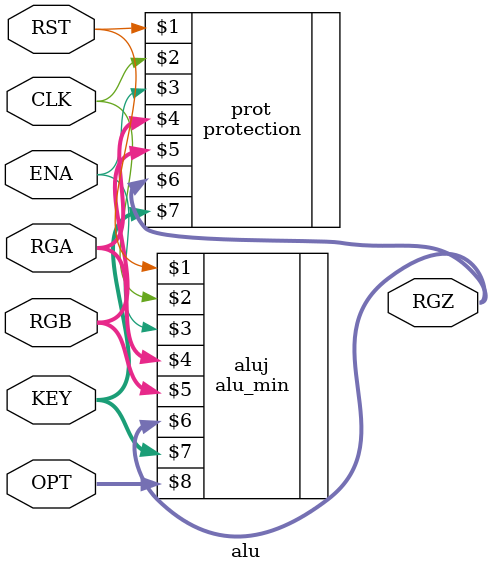
<source format=v>
`timescale 1ns / 1ps
`include "./module/selesai/protection.v"
`include "./module/selesai/alu_min.v"
module alu( RST, CLK, ENA, RGA, RGB, RGZ, KEY, OPT);
	input RST, CLK, ENA;
	input [7:0]OPT;
	input [7:0]RGA;
	input [7:0]RGB;
	output [7:0]RGZ;
	input [1:0]KEY;
	reg [7:0]tmp;
	
	protection prot(RST, CLK, ENA, RGA, RGB, RGZ, KEY);
	alu_min aluj(RST, CLK, ENA, RGA, RGB, RGZ, KEY, OPT);

endmodule
</source>
